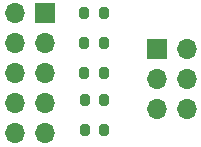
<source format=gbr>
%TF.GenerationSoftware,KiCad,Pcbnew,(6.0.6)*%
%TF.CreationDate,2022-08-19T09:49:53-07:00*%
%TF.ProjectId,rrf_rpi_skr_adapter,7272665f-7270-4695-9f73-6b725f616461,rev?*%
%TF.SameCoordinates,PX8404630PY621abf0*%
%TF.FileFunction,Soldermask,Top*%
%TF.FilePolarity,Negative*%
%FSLAX46Y46*%
G04 Gerber Fmt 4.6, Leading zero omitted, Abs format (unit mm)*
G04 Created by KiCad (PCBNEW (6.0.6)) date 2022-08-19 09:49:53*
%MOMM*%
%LPD*%
G01*
G04 APERTURE LIST*
G04 Aperture macros list*
%AMRoundRect*
0 Rectangle with rounded corners*
0 $1 Rounding radius*
0 $2 $3 $4 $5 $6 $7 $8 $9 X,Y pos of 4 corners*
0 Add a 4 corners polygon primitive as box body*
4,1,4,$2,$3,$4,$5,$6,$7,$8,$9,$2,$3,0*
0 Add four circle primitives for the rounded corners*
1,1,$1+$1,$2,$3*
1,1,$1+$1,$4,$5*
1,1,$1+$1,$6,$7*
1,1,$1+$1,$8,$9*
0 Add four rect primitives between the rounded corners*
20,1,$1+$1,$2,$3,$4,$5,0*
20,1,$1+$1,$4,$5,$6,$7,0*
20,1,$1+$1,$6,$7,$8,$9,0*
20,1,$1+$1,$8,$9,$2,$3,0*%
G04 Aperture macros list end*
%ADD10RoundRect,0.200000X0.200000X0.275000X-0.200000X0.275000X-0.200000X-0.275000X0.200000X-0.275000X0*%
%ADD11R,1.700000X1.700000*%
%ADD12O,1.700000X1.700000*%
G04 APERTURE END LIST*
D10*
%TO.C,R5*%
X8890000Y11938000D03*
X7240000Y11938000D03*
%TD*%
D11*
%TO.C,J2*%
X3920000Y11920000D03*
D12*
X1380000Y11920000D03*
X3920000Y9380000D03*
X1380000Y9380000D03*
X3920000Y6840000D03*
X1380000Y6840000D03*
X3920000Y4300000D03*
X1380000Y4300000D03*
X3920000Y1760000D03*
X1380000Y1760000D03*
%TD*%
D10*
%TO.C,R3*%
X8953000Y4572000D03*
X7303000Y4572000D03*
%TD*%
%TO.C,R2*%
X8953000Y2032000D03*
X7303000Y2032000D03*
%TD*%
D11*
%TO.C,J1*%
X13400000Y8875000D03*
D12*
X15940000Y8875000D03*
X13400000Y6335000D03*
X15940000Y6335000D03*
X13400000Y3795000D03*
X15940000Y3795000D03*
%TD*%
D10*
%TO.C,R1*%
X8890000Y9398000D03*
X7240000Y9398000D03*
%TD*%
%TO.C,R4*%
X8890000Y6858000D03*
X7240000Y6858000D03*
%TD*%
M02*

</source>
